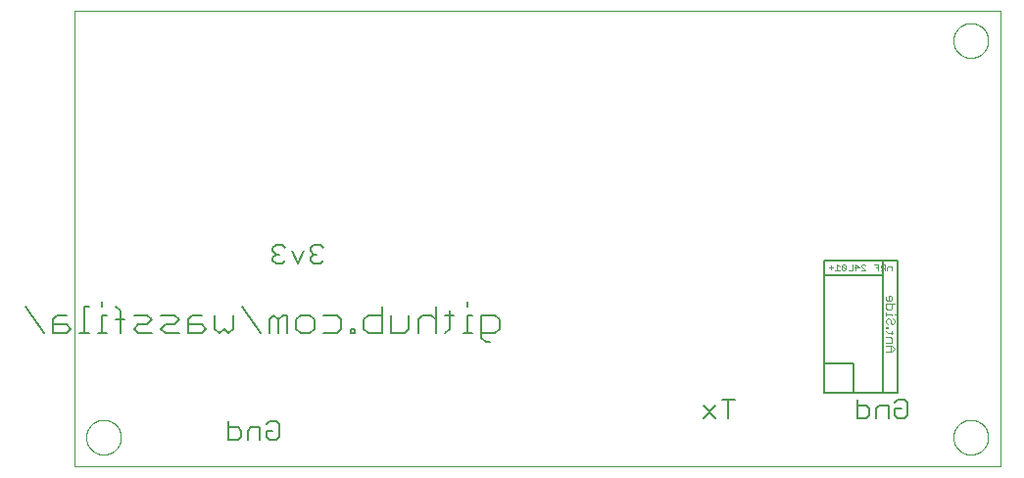
<source format=gbo>
G75*
%MOIN*%
%OFA0B0*%
%FSLAX25Y25*%
%IPPOS*%
%LPD*%
%AMOC8*
5,1,8,0,0,1.08239X$1,22.5*
%
%ADD10C,0.00000*%
%ADD11C,0.00800*%
%ADD12C,0.00600*%
%ADD13C,0.00500*%
%ADD14C,0.00300*%
%ADD15C,0.00200*%
D10*
X0023540Y0001000D02*
X0023540Y0155980D01*
X0338501Y0155980D01*
X0338501Y0001000D01*
X0023540Y0001000D01*
X0027634Y0011000D02*
X0027636Y0011153D01*
X0027642Y0011307D01*
X0027652Y0011460D01*
X0027666Y0011612D01*
X0027684Y0011765D01*
X0027706Y0011916D01*
X0027731Y0012067D01*
X0027761Y0012218D01*
X0027795Y0012368D01*
X0027832Y0012516D01*
X0027873Y0012664D01*
X0027918Y0012810D01*
X0027967Y0012956D01*
X0028020Y0013100D01*
X0028076Y0013242D01*
X0028136Y0013383D01*
X0028200Y0013523D01*
X0028267Y0013661D01*
X0028338Y0013797D01*
X0028413Y0013931D01*
X0028490Y0014063D01*
X0028572Y0014193D01*
X0028656Y0014321D01*
X0028744Y0014447D01*
X0028835Y0014570D01*
X0028929Y0014691D01*
X0029027Y0014809D01*
X0029127Y0014925D01*
X0029231Y0015038D01*
X0029337Y0015149D01*
X0029446Y0015257D01*
X0029558Y0015362D01*
X0029672Y0015463D01*
X0029790Y0015562D01*
X0029909Y0015658D01*
X0030031Y0015751D01*
X0030156Y0015840D01*
X0030283Y0015927D01*
X0030412Y0016009D01*
X0030543Y0016089D01*
X0030676Y0016165D01*
X0030811Y0016238D01*
X0030948Y0016307D01*
X0031087Y0016372D01*
X0031227Y0016434D01*
X0031369Y0016492D01*
X0031512Y0016547D01*
X0031657Y0016598D01*
X0031803Y0016645D01*
X0031950Y0016688D01*
X0032098Y0016727D01*
X0032247Y0016763D01*
X0032397Y0016794D01*
X0032548Y0016822D01*
X0032699Y0016846D01*
X0032852Y0016866D01*
X0033004Y0016882D01*
X0033157Y0016894D01*
X0033310Y0016902D01*
X0033463Y0016906D01*
X0033617Y0016906D01*
X0033770Y0016902D01*
X0033923Y0016894D01*
X0034076Y0016882D01*
X0034228Y0016866D01*
X0034381Y0016846D01*
X0034532Y0016822D01*
X0034683Y0016794D01*
X0034833Y0016763D01*
X0034982Y0016727D01*
X0035130Y0016688D01*
X0035277Y0016645D01*
X0035423Y0016598D01*
X0035568Y0016547D01*
X0035711Y0016492D01*
X0035853Y0016434D01*
X0035993Y0016372D01*
X0036132Y0016307D01*
X0036269Y0016238D01*
X0036404Y0016165D01*
X0036537Y0016089D01*
X0036668Y0016009D01*
X0036797Y0015927D01*
X0036924Y0015840D01*
X0037049Y0015751D01*
X0037171Y0015658D01*
X0037290Y0015562D01*
X0037408Y0015463D01*
X0037522Y0015362D01*
X0037634Y0015257D01*
X0037743Y0015149D01*
X0037849Y0015038D01*
X0037953Y0014925D01*
X0038053Y0014809D01*
X0038151Y0014691D01*
X0038245Y0014570D01*
X0038336Y0014447D01*
X0038424Y0014321D01*
X0038508Y0014193D01*
X0038590Y0014063D01*
X0038667Y0013931D01*
X0038742Y0013797D01*
X0038813Y0013661D01*
X0038880Y0013523D01*
X0038944Y0013383D01*
X0039004Y0013242D01*
X0039060Y0013100D01*
X0039113Y0012956D01*
X0039162Y0012810D01*
X0039207Y0012664D01*
X0039248Y0012516D01*
X0039285Y0012368D01*
X0039319Y0012218D01*
X0039349Y0012067D01*
X0039374Y0011916D01*
X0039396Y0011765D01*
X0039414Y0011612D01*
X0039428Y0011460D01*
X0039438Y0011307D01*
X0039444Y0011153D01*
X0039446Y0011000D01*
X0039444Y0010847D01*
X0039438Y0010693D01*
X0039428Y0010540D01*
X0039414Y0010388D01*
X0039396Y0010235D01*
X0039374Y0010084D01*
X0039349Y0009933D01*
X0039319Y0009782D01*
X0039285Y0009632D01*
X0039248Y0009484D01*
X0039207Y0009336D01*
X0039162Y0009190D01*
X0039113Y0009044D01*
X0039060Y0008900D01*
X0039004Y0008758D01*
X0038944Y0008617D01*
X0038880Y0008477D01*
X0038813Y0008339D01*
X0038742Y0008203D01*
X0038667Y0008069D01*
X0038590Y0007937D01*
X0038508Y0007807D01*
X0038424Y0007679D01*
X0038336Y0007553D01*
X0038245Y0007430D01*
X0038151Y0007309D01*
X0038053Y0007191D01*
X0037953Y0007075D01*
X0037849Y0006962D01*
X0037743Y0006851D01*
X0037634Y0006743D01*
X0037522Y0006638D01*
X0037408Y0006537D01*
X0037290Y0006438D01*
X0037171Y0006342D01*
X0037049Y0006249D01*
X0036924Y0006160D01*
X0036797Y0006073D01*
X0036668Y0005991D01*
X0036537Y0005911D01*
X0036404Y0005835D01*
X0036269Y0005762D01*
X0036132Y0005693D01*
X0035993Y0005628D01*
X0035853Y0005566D01*
X0035711Y0005508D01*
X0035568Y0005453D01*
X0035423Y0005402D01*
X0035277Y0005355D01*
X0035130Y0005312D01*
X0034982Y0005273D01*
X0034833Y0005237D01*
X0034683Y0005206D01*
X0034532Y0005178D01*
X0034381Y0005154D01*
X0034228Y0005134D01*
X0034076Y0005118D01*
X0033923Y0005106D01*
X0033770Y0005098D01*
X0033617Y0005094D01*
X0033463Y0005094D01*
X0033310Y0005098D01*
X0033157Y0005106D01*
X0033004Y0005118D01*
X0032852Y0005134D01*
X0032699Y0005154D01*
X0032548Y0005178D01*
X0032397Y0005206D01*
X0032247Y0005237D01*
X0032098Y0005273D01*
X0031950Y0005312D01*
X0031803Y0005355D01*
X0031657Y0005402D01*
X0031512Y0005453D01*
X0031369Y0005508D01*
X0031227Y0005566D01*
X0031087Y0005628D01*
X0030948Y0005693D01*
X0030811Y0005762D01*
X0030676Y0005835D01*
X0030543Y0005911D01*
X0030412Y0005991D01*
X0030283Y0006073D01*
X0030156Y0006160D01*
X0030031Y0006249D01*
X0029909Y0006342D01*
X0029790Y0006438D01*
X0029672Y0006537D01*
X0029558Y0006638D01*
X0029446Y0006743D01*
X0029337Y0006851D01*
X0029231Y0006962D01*
X0029127Y0007075D01*
X0029027Y0007191D01*
X0028929Y0007309D01*
X0028835Y0007430D01*
X0028744Y0007553D01*
X0028656Y0007679D01*
X0028572Y0007807D01*
X0028490Y0007937D01*
X0028413Y0008069D01*
X0028338Y0008203D01*
X0028267Y0008339D01*
X0028200Y0008477D01*
X0028136Y0008617D01*
X0028076Y0008758D01*
X0028020Y0008900D01*
X0027967Y0009044D01*
X0027918Y0009190D01*
X0027873Y0009336D01*
X0027832Y0009484D01*
X0027795Y0009632D01*
X0027761Y0009782D01*
X0027731Y0009933D01*
X0027706Y0010084D01*
X0027684Y0010235D01*
X0027666Y0010388D01*
X0027652Y0010540D01*
X0027642Y0010693D01*
X0027636Y0010847D01*
X0027634Y0011000D01*
X0322634Y0011000D02*
X0322636Y0011153D01*
X0322642Y0011307D01*
X0322652Y0011460D01*
X0322666Y0011612D01*
X0322684Y0011765D01*
X0322706Y0011916D01*
X0322731Y0012067D01*
X0322761Y0012218D01*
X0322795Y0012368D01*
X0322832Y0012516D01*
X0322873Y0012664D01*
X0322918Y0012810D01*
X0322967Y0012956D01*
X0323020Y0013100D01*
X0323076Y0013242D01*
X0323136Y0013383D01*
X0323200Y0013523D01*
X0323267Y0013661D01*
X0323338Y0013797D01*
X0323413Y0013931D01*
X0323490Y0014063D01*
X0323572Y0014193D01*
X0323656Y0014321D01*
X0323744Y0014447D01*
X0323835Y0014570D01*
X0323929Y0014691D01*
X0324027Y0014809D01*
X0324127Y0014925D01*
X0324231Y0015038D01*
X0324337Y0015149D01*
X0324446Y0015257D01*
X0324558Y0015362D01*
X0324672Y0015463D01*
X0324790Y0015562D01*
X0324909Y0015658D01*
X0325031Y0015751D01*
X0325156Y0015840D01*
X0325283Y0015927D01*
X0325412Y0016009D01*
X0325543Y0016089D01*
X0325676Y0016165D01*
X0325811Y0016238D01*
X0325948Y0016307D01*
X0326087Y0016372D01*
X0326227Y0016434D01*
X0326369Y0016492D01*
X0326512Y0016547D01*
X0326657Y0016598D01*
X0326803Y0016645D01*
X0326950Y0016688D01*
X0327098Y0016727D01*
X0327247Y0016763D01*
X0327397Y0016794D01*
X0327548Y0016822D01*
X0327699Y0016846D01*
X0327852Y0016866D01*
X0328004Y0016882D01*
X0328157Y0016894D01*
X0328310Y0016902D01*
X0328463Y0016906D01*
X0328617Y0016906D01*
X0328770Y0016902D01*
X0328923Y0016894D01*
X0329076Y0016882D01*
X0329228Y0016866D01*
X0329381Y0016846D01*
X0329532Y0016822D01*
X0329683Y0016794D01*
X0329833Y0016763D01*
X0329982Y0016727D01*
X0330130Y0016688D01*
X0330277Y0016645D01*
X0330423Y0016598D01*
X0330568Y0016547D01*
X0330711Y0016492D01*
X0330853Y0016434D01*
X0330993Y0016372D01*
X0331132Y0016307D01*
X0331269Y0016238D01*
X0331404Y0016165D01*
X0331537Y0016089D01*
X0331668Y0016009D01*
X0331797Y0015927D01*
X0331924Y0015840D01*
X0332049Y0015751D01*
X0332171Y0015658D01*
X0332290Y0015562D01*
X0332408Y0015463D01*
X0332522Y0015362D01*
X0332634Y0015257D01*
X0332743Y0015149D01*
X0332849Y0015038D01*
X0332953Y0014925D01*
X0333053Y0014809D01*
X0333151Y0014691D01*
X0333245Y0014570D01*
X0333336Y0014447D01*
X0333424Y0014321D01*
X0333508Y0014193D01*
X0333590Y0014063D01*
X0333667Y0013931D01*
X0333742Y0013797D01*
X0333813Y0013661D01*
X0333880Y0013523D01*
X0333944Y0013383D01*
X0334004Y0013242D01*
X0334060Y0013100D01*
X0334113Y0012956D01*
X0334162Y0012810D01*
X0334207Y0012664D01*
X0334248Y0012516D01*
X0334285Y0012368D01*
X0334319Y0012218D01*
X0334349Y0012067D01*
X0334374Y0011916D01*
X0334396Y0011765D01*
X0334414Y0011612D01*
X0334428Y0011460D01*
X0334438Y0011307D01*
X0334444Y0011153D01*
X0334446Y0011000D01*
X0334444Y0010847D01*
X0334438Y0010693D01*
X0334428Y0010540D01*
X0334414Y0010388D01*
X0334396Y0010235D01*
X0334374Y0010084D01*
X0334349Y0009933D01*
X0334319Y0009782D01*
X0334285Y0009632D01*
X0334248Y0009484D01*
X0334207Y0009336D01*
X0334162Y0009190D01*
X0334113Y0009044D01*
X0334060Y0008900D01*
X0334004Y0008758D01*
X0333944Y0008617D01*
X0333880Y0008477D01*
X0333813Y0008339D01*
X0333742Y0008203D01*
X0333667Y0008069D01*
X0333590Y0007937D01*
X0333508Y0007807D01*
X0333424Y0007679D01*
X0333336Y0007553D01*
X0333245Y0007430D01*
X0333151Y0007309D01*
X0333053Y0007191D01*
X0332953Y0007075D01*
X0332849Y0006962D01*
X0332743Y0006851D01*
X0332634Y0006743D01*
X0332522Y0006638D01*
X0332408Y0006537D01*
X0332290Y0006438D01*
X0332171Y0006342D01*
X0332049Y0006249D01*
X0331924Y0006160D01*
X0331797Y0006073D01*
X0331668Y0005991D01*
X0331537Y0005911D01*
X0331404Y0005835D01*
X0331269Y0005762D01*
X0331132Y0005693D01*
X0330993Y0005628D01*
X0330853Y0005566D01*
X0330711Y0005508D01*
X0330568Y0005453D01*
X0330423Y0005402D01*
X0330277Y0005355D01*
X0330130Y0005312D01*
X0329982Y0005273D01*
X0329833Y0005237D01*
X0329683Y0005206D01*
X0329532Y0005178D01*
X0329381Y0005154D01*
X0329228Y0005134D01*
X0329076Y0005118D01*
X0328923Y0005106D01*
X0328770Y0005098D01*
X0328617Y0005094D01*
X0328463Y0005094D01*
X0328310Y0005098D01*
X0328157Y0005106D01*
X0328004Y0005118D01*
X0327852Y0005134D01*
X0327699Y0005154D01*
X0327548Y0005178D01*
X0327397Y0005206D01*
X0327247Y0005237D01*
X0327098Y0005273D01*
X0326950Y0005312D01*
X0326803Y0005355D01*
X0326657Y0005402D01*
X0326512Y0005453D01*
X0326369Y0005508D01*
X0326227Y0005566D01*
X0326087Y0005628D01*
X0325948Y0005693D01*
X0325811Y0005762D01*
X0325676Y0005835D01*
X0325543Y0005911D01*
X0325412Y0005991D01*
X0325283Y0006073D01*
X0325156Y0006160D01*
X0325031Y0006249D01*
X0324909Y0006342D01*
X0324790Y0006438D01*
X0324672Y0006537D01*
X0324558Y0006638D01*
X0324446Y0006743D01*
X0324337Y0006851D01*
X0324231Y0006962D01*
X0324127Y0007075D01*
X0324027Y0007191D01*
X0323929Y0007309D01*
X0323835Y0007430D01*
X0323744Y0007553D01*
X0323656Y0007679D01*
X0323572Y0007807D01*
X0323490Y0007937D01*
X0323413Y0008069D01*
X0323338Y0008203D01*
X0323267Y0008339D01*
X0323200Y0008477D01*
X0323136Y0008617D01*
X0323076Y0008758D01*
X0323020Y0008900D01*
X0322967Y0009044D01*
X0322918Y0009190D01*
X0322873Y0009336D01*
X0322832Y0009484D01*
X0322795Y0009632D01*
X0322761Y0009782D01*
X0322731Y0009933D01*
X0322706Y0010084D01*
X0322684Y0010235D01*
X0322666Y0010388D01*
X0322652Y0010540D01*
X0322642Y0010693D01*
X0322636Y0010847D01*
X0322634Y0011000D01*
X0322634Y0146000D02*
X0322636Y0146153D01*
X0322642Y0146307D01*
X0322652Y0146460D01*
X0322666Y0146612D01*
X0322684Y0146765D01*
X0322706Y0146916D01*
X0322731Y0147067D01*
X0322761Y0147218D01*
X0322795Y0147368D01*
X0322832Y0147516D01*
X0322873Y0147664D01*
X0322918Y0147810D01*
X0322967Y0147956D01*
X0323020Y0148100D01*
X0323076Y0148242D01*
X0323136Y0148383D01*
X0323200Y0148523D01*
X0323267Y0148661D01*
X0323338Y0148797D01*
X0323413Y0148931D01*
X0323490Y0149063D01*
X0323572Y0149193D01*
X0323656Y0149321D01*
X0323744Y0149447D01*
X0323835Y0149570D01*
X0323929Y0149691D01*
X0324027Y0149809D01*
X0324127Y0149925D01*
X0324231Y0150038D01*
X0324337Y0150149D01*
X0324446Y0150257D01*
X0324558Y0150362D01*
X0324672Y0150463D01*
X0324790Y0150562D01*
X0324909Y0150658D01*
X0325031Y0150751D01*
X0325156Y0150840D01*
X0325283Y0150927D01*
X0325412Y0151009D01*
X0325543Y0151089D01*
X0325676Y0151165D01*
X0325811Y0151238D01*
X0325948Y0151307D01*
X0326087Y0151372D01*
X0326227Y0151434D01*
X0326369Y0151492D01*
X0326512Y0151547D01*
X0326657Y0151598D01*
X0326803Y0151645D01*
X0326950Y0151688D01*
X0327098Y0151727D01*
X0327247Y0151763D01*
X0327397Y0151794D01*
X0327548Y0151822D01*
X0327699Y0151846D01*
X0327852Y0151866D01*
X0328004Y0151882D01*
X0328157Y0151894D01*
X0328310Y0151902D01*
X0328463Y0151906D01*
X0328617Y0151906D01*
X0328770Y0151902D01*
X0328923Y0151894D01*
X0329076Y0151882D01*
X0329228Y0151866D01*
X0329381Y0151846D01*
X0329532Y0151822D01*
X0329683Y0151794D01*
X0329833Y0151763D01*
X0329982Y0151727D01*
X0330130Y0151688D01*
X0330277Y0151645D01*
X0330423Y0151598D01*
X0330568Y0151547D01*
X0330711Y0151492D01*
X0330853Y0151434D01*
X0330993Y0151372D01*
X0331132Y0151307D01*
X0331269Y0151238D01*
X0331404Y0151165D01*
X0331537Y0151089D01*
X0331668Y0151009D01*
X0331797Y0150927D01*
X0331924Y0150840D01*
X0332049Y0150751D01*
X0332171Y0150658D01*
X0332290Y0150562D01*
X0332408Y0150463D01*
X0332522Y0150362D01*
X0332634Y0150257D01*
X0332743Y0150149D01*
X0332849Y0150038D01*
X0332953Y0149925D01*
X0333053Y0149809D01*
X0333151Y0149691D01*
X0333245Y0149570D01*
X0333336Y0149447D01*
X0333424Y0149321D01*
X0333508Y0149193D01*
X0333590Y0149063D01*
X0333667Y0148931D01*
X0333742Y0148797D01*
X0333813Y0148661D01*
X0333880Y0148523D01*
X0333944Y0148383D01*
X0334004Y0148242D01*
X0334060Y0148100D01*
X0334113Y0147956D01*
X0334162Y0147810D01*
X0334207Y0147664D01*
X0334248Y0147516D01*
X0334285Y0147368D01*
X0334319Y0147218D01*
X0334349Y0147067D01*
X0334374Y0146916D01*
X0334396Y0146765D01*
X0334414Y0146612D01*
X0334428Y0146460D01*
X0334438Y0146307D01*
X0334444Y0146153D01*
X0334446Y0146000D01*
X0334444Y0145847D01*
X0334438Y0145693D01*
X0334428Y0145540D01*
X0334414Y0145388D01*
X0334396Y0145235D01*
X0334374Y0145084D01*
X0334349Y0144933D01*
X0334319Y0144782D01*
X0334285Y0144632D01*
X0334248Y0144484D01*
X0334207Y0144336D01*
X0334162Y0144190D01*
X0334113Y0144044D01*
X0334060Y0143900D01*
X0334004Y0143758D01*
X0333944Y0143617D01*
X0333880Y0143477D01*
X0333813Y0143339D01*
X0333742Y0143203D01*
X0333667Y0143069D01*
X0333590Y0142937D01*
X0333508Y0142807D01*
X0333424Y0142679D01*
X0333336Y0142553D01*
X0333245Y0142430D01*
X0333151Y0142309D01*
X0333053Y0142191D01*
X0332953Y0142075D01*
X0332849Y0141962D01*
X0332743Y0141851D01*
X0332634Y0141743D01*
X0332522Y0141638D01*
X0332408Y0141537D01*
X0332290Y0141438D01*
X0332171Y0141342D01*
X0332049Y0141249D01*
X0331924Y0141160D01*
X0331797Y0141073D01*
X0331668Y0140991D01*
X0331537Y0140911D01*
X0331404Y0140835D01*
X0331269Y0140762D01*
X0331132Y0140693D01*
X0330993Y0140628D01*
X0330853Y0140566D01*
X0330711Y0140508D01*
X0330568Y0140453D01*
X0330423Y0140402D01*
X0330277Y0140355D01*
X0330130Y0140312D01*
X0329982Y0140273D01*
X0329833Y0140237D01*
X0329683Y0140206D01*
X0329532Y0140178D01*
X0329381Y0140154D01*
X0329228Y0140134D01*
X0329076Y0140118D01*
X0328923Y0140106D01*
X0328770Y0140098D01*
X0328617Y0140094D01*
X0328463Y0140094D01*
X0328310Y0140098D01*
X0328157Y0140106D01*
X0328004Y0140118D01*
X0327852Y0140134D01*
X0327699Y0140154D01*
X0327548Y0140178D01*
X0327397Y0140206D01*
X0327247Y0140237D01*
X0327098Y0140273D01*
X0326950Y0140312D01*
X0326803Y0140355D01*
X0326657Y0140402D01*
X0326512Y0140453D01*
X0326369Y0140508D01*
X0326227Y0140566D01*
X0326087Y0140628D01*
X0325948Y0140693D01*
X0325811Y0140762D01*
X0325676Y0140835D01*
X0325543Y0140911D01*
X0325412Y0140991D01*
X0325283Y0141073D01*
X0325156Y0141160D01*
X0325031Y0141249D01*
X0324909Y0141342D01*
X0324790Y0141438D01*
X0324672Y0141537D01*
X0324558Y0141638D01*
X0324446Y0141743D01*
X0324337Y0141851D01*
X0324231Y0141962D01*
X0324127Y0142075D01*
X0324027Y0142191D01*
X0323929Y0142309D01*
X0323835Y0142430D01*
X0323744Y0142553D01*
X0323656Y0142679D01*
X0323572Y0142807D01*
X0323490Y0142937D01*
X0323413Y0143069D01*
X0323338Y0143203D01*
X0323267Y0143339D01*
X0323200Y0143477D01*
X0323136Y0143617D01*
X0323076Y0143758D01*
X0323020Y0143900D01*
X0322967Y0144044D01*
X0322918Y0144190D01*
X0322873Y0144336D01*
X0322832Y0144484D01*
X0322795Y0144632D01*
X0322761Y0144782D01*
X0322731Y0144933D01*
X0322706Y0145084D01*
X0322684Y0145235D01*
X0322666Y0145388D01*
X0322652Y0145540D01*
X0322642Y0145693D01*
X0322636Y0145847D01*
X0322634Y0146000D01*
D11*
X0157398Y0057143D02*
X0157398Y0055608D01*
X0157398Y0052539D02*
X0157398Y0046400D01*
X0158932Y0046400D02*
X0155863Y0046400D01*
X0151259Y0047935D02*
X0149725Y0046400D01*
X0151259Y0047935D02*
X0151259Y0054073D01*
X0149725Y0052539D02*
X0152794Y0052539D01*
X0157398Y0052539D02*
X0158932Y0052539D01*
X0162002Y0052539D02*
X0166606Y0052539D01*
X0168140Y0051004D01*
X0168140Y0047935D01*
X0166606Y0046400D01*
X0162002Y0046400D01*
X0162002Y0044865D02*
X0162002Y0052539D01*
X0146655Y0051004D02*
X0145121Y0052539D01*
X0142051Y0052539D01*
X0140517Y0051004D01*
X0140517Y0046400D01*
X0137447Y0047935D02*
X0135913Y0046400D01*
X0131309Y0046400D01*
X0131309Y0052539D01*
X0128240Y0052539D02*
X0123636Y0052539D01*
X0122101Y0051004D01*
X0122101Y0047935D01*
X0123636Y0046400D01*
X0128240Y0046400D01*
X0128240Y0055608D01*
X0137447Y0052539D02*
X0137447Y0047935D01*
X0146655Y0046400D02*
X0146655Y0055608D01*
X0162002Y0044865D02*
X0163536Y0043331D01*
X0165071Y0043331D01*
X0119032Y0046400D02*
X0117497Y0046400D01*
X0117497Y0047935D01*
X0119032Y0047935D01*
X0119032Y0046400D01*
X0114428Y0047935D02*
X0112893Y0046400D01*
X0108289Y0046400D01*
X0105220Y0047935D02*
X0103685Y0046400D01*
X0100616Y0046400D01*
X0099081Y0047935D01*
X0099081Y0051004D01*
X0100616Y0052539D01*
X0103685Y0052539D01*
X0105220Y0051004D01*
X0105220Y0047935D01*
X0096012Y0046400D02*
X0096012Y0052539D01*
X0094477Y0052539D01*
X0092943Y0051004D01*
X0091408Y0052539D01*
X0089874Y0051004D01*
X0089874Y0046400D01*
X0092943Y0046400D02*
X0092943Y0051004D01*
X0086804Y0046400D02*
X0080666Y0055608D01*
X0077596Y0052539D02*
X0077596Y0047935D01*
X0076062Y0046400D01*
X0074527Y0047935D01*
X0072992Y0046400D01*
X0071458Y0047935D01*
X0071458Y0052539D01*
X0066854Y0052539D02*
X0063785Y0052539D01*
X0062250Y0051004D01*
X0062250Y0046400D01*
X0066854Y0046400D01*
X0068389Y0047935D01*
X0066854Y0049469D01*
X0062250Y0049469D01*
X0059181Y0051004D02*
X0057646Y0052539D01*
X0053042Y0052539D01*
X0049973Y0051004D02*
X0048438Y0052539D01*
X0043834Y0052539D01*
X0040765Y0051004D02*
X0037696Y0051004D01*
X0034626Y0052539D02*
X0033092Y0052539D01*
X0033092Y0046400D01*
X0034626Y0046400D02*
X0031557Y0046400D01*
X0028488Y0046400D02*
X0025419Y0046400D01*
X0026953Y0046400D02*
X0026953Y0055608D01*
X0028488Y0055608D01*
X0033092Y0055608D02*
X0033092Y0057143D01*
X0037696Y0055608D02*
X0039230Y0054073D01*
X0039230Y0046400D01*
X0043834Y0047935D02*
X0045369Y0049469D01*
X0048438Y0049469D01*
X0049973Y0051004D01*
X0053042Y0047935D02*
X0054577Y0049469D01*
X0057646Y0049469D01*
X0059181Y0051004D01*
X0054577Y0046400D02*
X0053042Y0047935D01*
X0054577Y0046400D02*
X0059181Y0046400D01*
X0049973Y0046400D02*
X0045369Y0046400D01*
X0043834Y0047935D01*
X0022349Y0047935D02*
X0020815Y0046400D01*
X0016211Y0046400D01*
X0016211Y0051004D01*
X0017745Y0052539D01*
X0020815Y0052539D01*
X0020815Y0049469D02*
X0016211Y0049469D01*
X0013141Y0046400D02*
X0007003Y0055608D01*
X0020815Y0049469D02*
X0022349Y0047935D01*
X0108289Y0052539D02*
X0112893Y0052539D01*
X0114428Y0051004D01*
X0114428Y0047935D01*
D12*
X0107173Y0070050D02*
X0105038Y0070050D01*
X0103970Y0071118D01*
X0103970Y0072185D01*
X0105038Y0073253D01*
X0106105Y0073253D01*
X0105038Y0073253D02*
X0103970Y0074320D01*
X0103970Y0075388D01*
X0105038Y0076455D01*
X0107173Y0076455D01*
X0108240Y0075388D01*
X0101795Y0074320D02*
X0099660Y0070050D01*
X0097525Y0074320D01*
X0095349Y0075388D02*
X0094282Y0076455D01*
X0092147Y0076455D01*
X0091079Y0075388D01*
X0091079Y0074320D01*
X0092147Y0073253D01*
X0091079Y0072185D01*
X0091079Y0071118D01*
X0092147Y0070050D01*
X0094282Y0070050D01*
X0095349Y0071118D01*
X0093214Y0073253D02*
X0092147Y0073253D01*
X0107173Y0070050D02*
X0108240Y0071118D01*
X0092173Y0016455D02*
X0090038Y0016455D01*
X0088970Y0015388D01*
X0088970Y0013253D02*
X0091105Y0013253D01*
X0088970Y0013253D02*
X0088970Y0011118D01*
X0090038Y0010050D01*
X0092173Y0010050D01*
X0093240Y0011118D01*
X0093240Y0015388D01*
X0092173Y0016455D01*
X0086795Y0014320D02*
X0083592Y0014320D01*
X0082525Y0013253D01*
X0082525Y0010050D01*
X0080349Y0011118D02*
X0080349Y0013253D01*
X0079282Y0014320D01*
X0076079Y0014320D01*
X0076079Y0016455D02*
X0076079Y0010050D01*
X0079282Y0010050D01*
X0080349Y0011118D01*
X0086795Y0010050D02*
X0086795Y0014320D01*
X0237525Y0017550D02*
X0241795Y0021820D01*
X0243970Y0023955D02*
X0248240Y0023955D01*
X0246105Y0023955D02*
X0246105Y0017550D01*
X0241795Y0017550D02*
X0237525Y0021820D01*
X0289829Y0021820D02*
X0293032Y0021820D01*
X0294099Y0020753D01*
X0294099Y0018618D01*
X0293032Y0017550D01*
X0289829Y0017550D01*
X0289829Y0023955D01*
X0296275Y0020753D02*
X0296275Y0017550D01*
X0300545Y0017550D02*
X0300545Y0021820D01*
X0297342Y0021820D01*
X0296275Y0020753D01*
X0302720Y0020753D02*
X0302720Y0018618D01*
X0303788Y0017550D01*
X0305923Y0017550D01*
X0306990Y0018618D01*
X0306990Y0022888D01*
X0305923Y0023955D01*
X0303788Y0023955D01*
X0302720Y0022888D01*
X0302720Y0020753D02*
X0304855Y0020753D01*
D13*
X0303540Y0026000D02*
X0298540Y0026000D01*
X0298540Y0066000D01*
X0298540Y0071000D01*
X0303540Y0071000D01*
X0303540Y0026000D01*
X0298540Y0026000D02*
X0288540Y0026000D01*
X0288540Y0036000D01*
X0278540Y0036000D01*
X0278540Y0066000D01*
X0278540Y0071000D01*
X0298540Y0071000D01*
X0298540Y0066000D02*
X0278540Y0066000D01*
X0278540Y0036000D02*
X0278540Y0026000D01*
X0288540Y0026000D01*
D14*
X0299690Y0040150D02*
X0301625Y0040150D01*
X0302593Y0041117D01*
X0301625Y0042085D01*
X0299690Y0042085D01*
X0299690Y0043097D02*
X0301625Y0043097D01*
X0301625Y0044548D01*
X0301142Y0045031D01*
X0299690Y0045031D01*
X0300174Y0046527D02*
X0299690Y0047011D01*
X0300174Y0046527D02*
X0302109Y0046527D01*
X0301625Y0046043D02*
X0301625Y0047011D01*
X0300174Y0048007D02*
X0300174Y0048491D01*
X0299690Y0048491D01*
X0299690Y0048007D01*
X0300174Y0048007D01*
X0300174Y0049481D02*
X0299690Y0049964D01*
X0299690Y0050932D01*
X0300174Y0051416D01*
X0300658Y0051416D01*
X0301142Y0050932D01*
X0301142Y0049964D01*
X0301625Y0049481D01*
X0302109Y0049481D01*
X0302593Y0049964D01*
X0302593Y0050932D01*
X0302109Y0051416D01*
X0301625Y0052427D02*
X0301625Y0052911D01*
X0299690Y0052911D01*
X0299690Y0052427D02*
X0299690Y0053395D01*
X0300174Y0054391D02*
X0301142Y0054391D01*
X0301625Y0054875D01*
X0301625Y0056326D01*
X0302593Y0056326D02*
X0299690Y0056326D01*
X0299690Y0054875D01*
X0300174Y0054391D01*
X0302593Y0052911D02*
X0303077Y0052911D01*
X0301142Y0057338D02*
X0301625Y0057822D01*
X0301625Y0058789D01*
X0301142Y0059273D01*
X0300658Y0059273D01*
X0300658Y0057338D01*
X0300174Y0057338D02*
X0301142Y0057338D01*
X0300174Y0057338D02*
X0299690Y0057822D01*
X0299690Y0058789D01*
X0301142Y0042085D02*
X0301142Y0040150D01*
D15*
X0301539Y0067700D02*
X0301539Y0069168D01*
X0300438Y0069168D01*
X0300071Y0068801D01*
X0300071Y0067700D01*
X0299329Y0067700D02*
X0299329Y0069902D01*
X0298228Y0069902D01*
X0297861Y0069535D01*
X0297861Y0068801D01*
X0298228Y0068434D01*
X0299329Y0068434D01*
X0298595Y0068434D02*
X0297861Y0067700D01*
X0297119Y0067700D02*
X0297119Y0069902D01*
X0295652Y0069902D01*
X0296386Y0068801D02*
X0297119Y0068801D01*
X0292700Y0069535D02*
X0292333Y0069902D01*
X0291599Y0069902D01*
X0291232Y0069535D01*
X0291232Y0069168D01*
X0292700Y0067700D01*
X0291232Y0067700D01*
X0290490Y0068801D02*
X0289022Y0068801D01*
X0289389Y0069902D02*
X0290490Y0068801D01*
X0289389Y0067700D02*
X0289389Y0069902D01*
X0288280Y0069902D02*
X0288280Y0067700D01*
X0286812Y0067700D01*
X0286070Y0068067D02*
X0284602Y0069535D01*
X0284602Y0068067D01*
X0284969Y0067700D01*
X0285703Y0067700D01*
X0286070Y0068067D01*
X0286070Y0069535D01*
X0285703Y0069902D01*
X0284969Y0069902D01*
X0284602Y0069535D01*
X0283860Y0069168D02*
X0283126Y0069902D01*
X0283126Y0067700D01*
X0283860Y0067700D02*
X0282392Y0067700D01*
X0281650Y0068801D02*
X0280182Y0068801D01*
X0280916Y0069535D02*
X0280916Y0068067D01*
M02*

</source>
